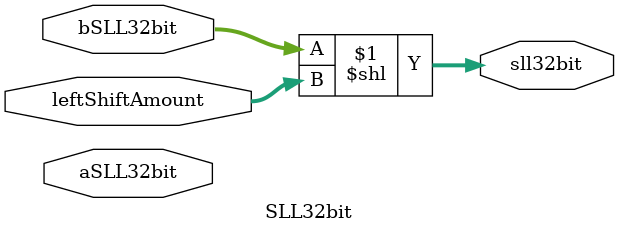
<source format=v>
module SLL32bit(
	input [31:0]aSLL32bit, bSLL32bit,
    input [4:0]leftShiftAmount,
	output [31:0]sll32bit
);
// Conexiones


// Cuerpo del modulo
assign sll32bit[31:0] = bSLL32bit[31:0] << leftShiftAmount[4:0];

endmodule

</source>
